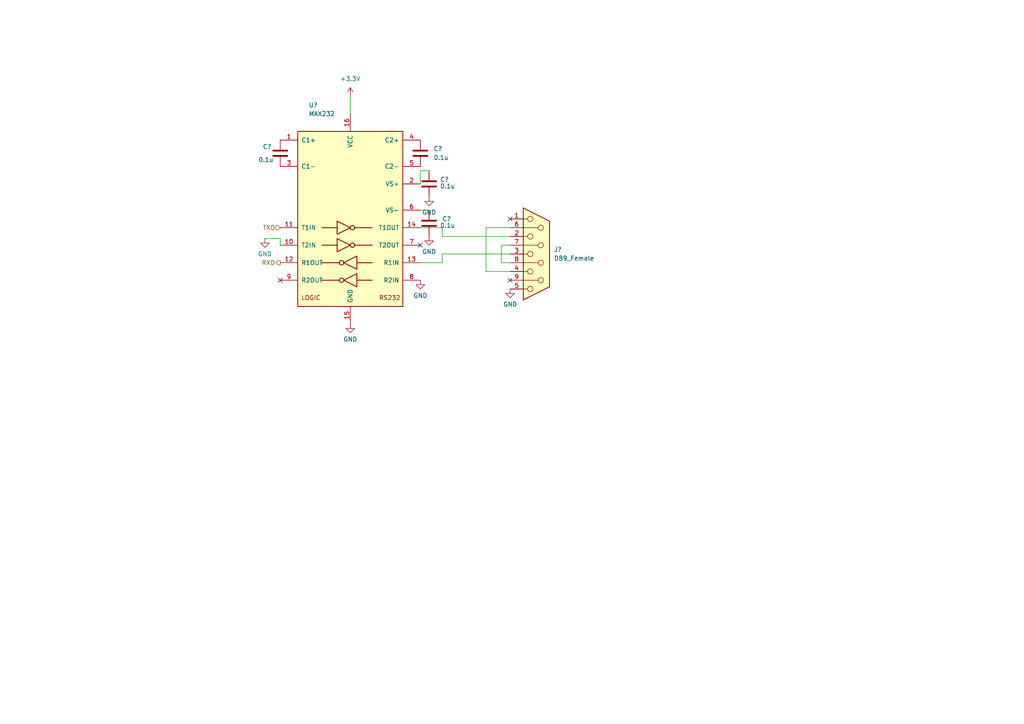
<source format=kicad_sch>
(kicad_sch (version 20211123) (generator eeschema)
  (paper "A4")
  (lib_symbols
    (symbol "Connector:DB9_Female" (pin_names (offset 1.016) hide)
      (property "Reference" "J" (at 0 13.97 0))
      (property "Value" "DB9_Female" (at 0 -14.605 0))
      (symbol "DB9_Female_0_1"
        (circle (center -1.778 -10.16) (radius 0.762))
        (circle (center -1.778 -5.08) (radius 0.762))
        (circle (center -1.778 0) (radius 0.762))
        (circle (center -1.778 5.08) (radius 0.762))
        (circle (center -1.778 10.16) (radius 0.762))
        (polyline (pts (xy -3.81 -10.16) (xy -2.54 -10.16)))
        (polyline (pts (xy -3.81 -7.62) (xy 0.508 -7.62)))
        (polyline (pts (xy -3.81 -5.08) (xy -2.54 -5.08)))
        (polyline (pts (xy -3.81 -2.54) (xy 0.508 -2.54)))
        (polyline (pts (xy -3.81 0) (xy -2.54 0)))
        (polyline (pts (xy -3.81 2.54) (xy 0.508 2.54)))
        (polyline (pts (xy -3.81 5.08) (xy -2.54 5.08)))
        (polyline (pts (xy -3.81 7.62) (xy 0.508 7.62)))
        (polyline (pts (xy -3.81 10.16) (xy -2.54 10.16)))
        (polyline (pts (xy -3.81 13.335) (xy -3.81 -13.335) (xy 3.81 -9.525) (xy 3.81 9.525) (xy -3.81 13.335)) (stroke (width 0.254)) (fill (type background)))
        (circle (center 1.27 -7.62) (radius 0.762))
        (circle (center 1.27 -2.54) (radius 0.762))
        (circle (center 1.27 2.54) (radius 0.762))
        (circle (center 1.27 7.62) (radius 0.762))
      )
      (symbol "DB9_Female_1_1"
        (pin passive line (at -7.62 10.16 0) (length 3.81) (name "1") (number "1"))
        (pin passive line (at -7.62 5.08 0) (length 3.81) (name "2") (number "2"))
        (pin passive line (at -7.62 0 0) (length 3.81) (name "3") (number "3"))
        (pin passive line (at -7.62 -5.08 0) (length 3.81) (name "4") (number "4"))
        (pin passive line (at -7.62 -10.16 0) (length 3.81) (name "5") (number "5"))
        (pin passive line (at -7.62 7.62 0) (length 3.81) (name "6") (number "6"))
        (pin passive line (at -7.62 2.54 0) (length 3.81) (name "7") (number "7"))
        (pin passive line (at -7.62 -2.54 0) (length 3.81) (name "8") (number "8"))
        (pin passive line (at -7.62 -7.62 0) (length 3.81) (name "9") (number "9"))
      )
    )
    (symbol "Device:C" (pin_numbers hide) (pin_names (offset 0.254))
      (property "Reference" "C" (at 0.635 2.54 0))
      (property "Value" "C" (at 0.635 -2.54 0))
      (symbol "C_0_1"
        (polyline (pts (xy -2.032 -0.762) (xy 2.032 -0.762)) (stroke (width 0.508)))
        (polyline (pts (xy -2.032 0.762) (xy 2.032 0.762)) (stroke (width 0.508)))
      )
      (symbol "C_1_1"
        (pin passive line (at 0 3.81 270) (length 2.794) (name "~") (number "1"))
        (pin passive line (at 0 -3.81 90) (length 2.794) (name "~") (number "2"))
      )
    )
    (symbol "Interface_UART:MAX232" (pin_names (offset 1.016))
      (property "Reference" "U" (at -2.54 28.575 0))
      (property "Value" "MAX232" (at -2.54 26.67 0))
      (symbol "MAX232_0_0"
        (text "LOGIC" (at -11.43 -22.86 0) (effects (font (size 1.27 1.27))))
        (text "RS232" (at 11.43 -22.86 0) (effects (font (size 1.27 1.27))))
      )
      (symbol "MAX232_0_1"
        (rectangle (start -15.24 -25.4) (end 15.24 25.4) (stroke (width 0.254)) (fill (type background)))
        (circle (center -2.54 -17.78) (radius 0.635) (stroke (width 0.254)))
        (circle (center -2.54 -12.7) (radius 0.635) (stroke (width 0.254)))
        (polyline (pts (xy -3.81 -7.62) (xy -8.255 -7.62)) (stroke (width 0.254)))
        (polyline (pts (xy -3.81 -2.54) (xy -8.255 -2.54)) (stroke (width 0.254)))
        (polyline (pts (xy -3.175 -17.78) (xy -8.255 -17.78)) (stroke (width 0.254)))
        (polyline (pts (xy -3.175 -12.7) (xy -8.255 -12.7)) (stroke (width 0.254)))
        (polyline (pts (xy 1.27 -7.62) (xy 6.35 -7.62)) (stroke (width 0.254)))
        (polyline (pts (xy 1.27 -2.54) (xy 6.35 -2.54)) (stroke (width 0.254)))
        (polyline (pts (xy 1.905 -17.78) (xy 6.35 -17.78)) (stroke (width 0.254)))
        (polyline (pts (xy 1.905 -12.7) (xy 6.35 -12.7)) (stroke (width 0.254)))
        (polyline (pts (xy -3.81 -5.715) (xy -3.81 -9.525) (xy 0 -7.62) (xy -3.81 -5.715)) (stroke (width 0.254)))
        (polyline (pts (xy -3.81 -0.635) (xy -3.81 -4.445) (xy 0 -2.54) (xy -3.81 -0.635)) (stroke (width 0.254)))
        (polyline (pts (xy 1.905 -15.875) (xy 1.905 -19.685) (xy -1.905 -17.78) (xy 1.905 -15.875)) (stroke (width 0.254)))
        (polyline (pts (xy 1.905 -10.795) (xy 1.905 -14.605) (xy -1.905 -12.7) (xy 1.905 -10.795)) (stroke (width 0.254)))
        (circle (center 0.635 -7.62) (radius 0.635) (stroke (width 0.254)))
        (circle (center 0.635 -2.54) (radius 0.635) (stroke (width 0.254)))
      )
      (symbol "MAX232_1_1"
        (pin passive line (at -20.32 22.86 0) (length 5.08) (name "C1+") (number "1"))
        (pin input line (at -20.32 -7.62 0) (length 5.08) (name "T2IN") (number "10"))
        (pin input line (at -20.32 -2.54 0) (length 5.08) (name "T1IN") (number "11"))
        (pin output line (at -20.32 -12.7 0) (length 5.08) (name "R1OUT") (number "12"))
        (pin input line (at 20.32 -12.7 180) (length 5.08) (name "R1IN") (number "13"))
        (pin output line (at 20.32 -2.54 180) (length 5.08) (name "T1OUT") (number "14"))
        (pin power_in line (at 0 -30.48 90) (length 5.08) (name "GND") (number "15"))
        (pin power_in line (at 0 30.48 270) (length 5.08) (name "VCC") (number "16"))
        (pin power_out line (at 20.32 10.16 180) (length 5.08) (name "VS+") (number "2"))
        (pin passive line (at -20.32 15.24 0) (length 5.08) (name "C1-") (number "3"))
        (pin passive line (at 20.32 22.86 180) (length 5.08) (name "C2+") (number "4"))
        (pin passive line (at 20.32 15.24 180) (length 5.08) (name "C2-") (number "5"))
        (pin power_out line (at 20.32 2.54 180) (length 5.08) (name "VS-") (number "6"))
        (pin output line (at 20.32 -7.62 180) (length 5.08) (name "T2OUT") (number "7"))
        (pin input line (at 20.32 -17.78 180) (length 5.08) (name "R2IN") (number "8"))
        (pin output line (at -20.32 -17.78 0) (length 5.08) (name "R2OUT") (number "9"))
      )
    )
    (symbol "power:+3.3V" (power) (pin_names (offset 0))
      (property "Value" "+3.3V" (at 0 3.556 0))
      (symbol "+3.3V_0_1"
        (polyline (pts (xy -0.762 1.27) (xy 0 2.54)))
        (polyline (pts (xy 0 0) (xy 0 2.54)))
        (polyline (pts (xy 0 2.54) (xy 0.762 1.27)))
      )
      (symbol "+3.3V_1_1"
        (pin power_in line (at 0 0 90) (length 0) hide (name "+3.3V") (number "1"))
      )
    )
    (symbol "power:GND" (power) (pin_names (offset 0))
      (property "Value" "GND" (at 0 -3.81 0))
      (symbol "GND_0_1"
        (polyline (pts (xy 0 0) (xy 0 -1.27) (xy 1.27 -1.27) (xy 0 -2.54) (xy -1.27 -1.27) (xy 0 -1.27)))
      )
      (symbol "GND_1_1"
        (pin power_in line (at 0 0 270) (length 0) hide (name "GND") (number "1"))
      )
    )
  )
  (no_connect (at 81.28 81.28))
  (no_connect (at 147.955 81.28))
  (no_connect (at 121.92 71.12))
  (no_connect (at 147.955 63.5))
  (wire (pts (xy 121.92 53.34) (xy 121.92 49.53)))
  (wire (pts (xy 128.27 73.66) (xy 128.27 76.2)))
  (wire (pts (xy 81.28 71.12) (xy 81.28 69.215)))
  (wire (pts (xy 121.92 60.96) (xy 124.46 60.96)))
  (wire (pts (xy 145.415 76.2) (xy 147.955 76.2)))
  (wire (pts (xy 147.955 66.04) (xy 140.97 66.04)))
  (wire (pts (xy 140.97 78.74) (xy 147.955 78.74)))
  (wire (pts (xy 121.92 76.2) (xy 128.27 76.2)))
  (wire (pts (xy 147.955 71.12) (xy 145.415 71.12)))
  (wire (pts (xy 140.97 66.04) (xy 140.97 78.74)))
  (wire (pts (xy 145.415 71.12) (xy 145.415 76.2)))
  (wire (pts (xy 128.27 68.58) (xy 147.955 68.58)))
  (wire (pts (xy 101.6 27.94) (xy 101.6 33.02)))
  (wire (pts (xy 81.28 69.215) (xy 76.835 69.215)))
  (wire (pts (xy 121.92 49.53) (xy 124.46 49.53)))
  (wire (pts (xy 128.27 73.66) (xy 147.955 73.66)))
  (wire (pts (xy 121.92 66.04) (xy 128.27 66.04)))
  (wire (pts (xy 128.27 66.04) (xy 128.27 68.58)))
  (hierarchical_label "TXD" (shape input) (at 81.28 66.04 180))
  (hierarchical_label "RXD" (shape output) (at 81.28 76.2 180))
  (symbol (lib_id "power:GND") (at 124.46 57.15 0) (unit 1)
    (property "Reference" "#PWR?" (effects hide))
    (property "Value" "GND" (at 124.46 61.595 0))
  )
  (symbol (lib_id "power:GND") (at 101.6 93.98 0) (unit 1)
    (property "Reference" "#PWR?" (effects hide))
    (property "Value" "GND" (at 101.6 98.425 0))
  )
  (symbol (lib_id "Device:C") (at 121.92 44.45 0) (unit 1)
    (property "Reference" "C?" (at 125.73 43.1799 0) (effects (justify left)))
    (property "Value" "0.1u" (at 125.73 45.7199 0) (effects (justify left)))
  )
  (symbol (lib_id "power:GND") (at 121.92 81.28 0) (unit 1)
    (property "Reference" "#PWR?" (effects hide))
    (property "Value" "GND" (at 121.92 85.725 0))
  )
  (symbol (lib_id "Interface_UART:MAX232") (at 101.6 63.5 0) (unit 1)
    (property "Reference" "U?" (at 89.535 30.48 0) (effects (justify left)))
    (property "Value" "MAX232" (at 89.535 33.02 0) (effects (justify left)))
    (property "Datasheet" "http://www.ti.com/lit/ds/symlink/max232.pdf" (effects hide))
  )
  (symbol (lib_id "Device:C") (at 124.46 53.34 180) (unit 1)
    (property "Reference" "C?" (at 127.635 52.0699 0) (effects (justify right)))
    (property "Value" "0.1u" (at 127.635 53.975 0) (effects (justify right)))
  )
  (symbol (lib_id "power:GND") (at 76.835 69.215 0) (unit 1)
    (property "Reference" "#PWR?" (effects hide))
    (property "Value" "GND" (at 76.835 73.66 0))
  )
  (symbol (lib_id "Device:C") (at 124.46 64.77 0) (unit 1)
    (property "Reference" "C?" (at 128.27 63.5 0) (effects (justify left)))
    (property "Value" "0.1u" (at 127.635 65.405 0) (effects (justify left)))
  )
  (symbol (lib_id "Connector:DB9_Female") (at 155.575 73.66 0) (unit 1)
    (property "Reference" "J?" (at 160.655 72.3899 0) (effects (justify left)))
    (property "Value" "DB9_Female" (at 160.655 74.9299 0) (effects (justify left)))
    (property "Datasheet" " ~" (effects hide))
  )
  (symbol (lib_id "power:+3.3V") (at 101.6 27.94 0) (unit 1)
    (property "Reference" "#PWR?" (effects hide))
    (property "Value" "+3.3V" (at 101.6 22.86 0))
  )
  (symbol (lib_id "power:GND") (at 147.955 83.82 0) (unit 1)
    (property "Reference" "#PWR?" (effects hide))
    (property "Value" "GND" (at 147.955 88.265 0))
  )
  (symbol (lib_id "power:GND") (at 124.46 68.58 0) (unit 1)
    (property "Reference" "#PWR?" (effects hide))
    (property "Value" "GND" (at 124.46 73.025 0))
  )
  (symbol (lib_id "Device:C") (at 81.28 44.45 0) (unit 1)
    (property "Reference" "C?" (at 76.2 42.545 0) (effects (justify left)))
    (property "Value" "0.1u" (at 74.93 46.355 0) (effects (justify left)))
  )
)
</source>
